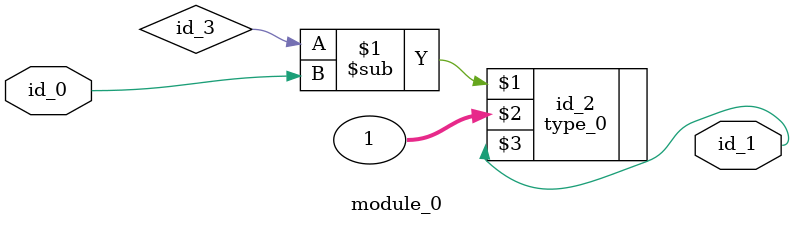
<source format=v>
`define pp_2 0
module module_0 (
    input  id_0,
    output id_1
);
  type_0 id_2 (
      id_3 - id_0,
      1,
      id_1
  );
endmodule

</source>
